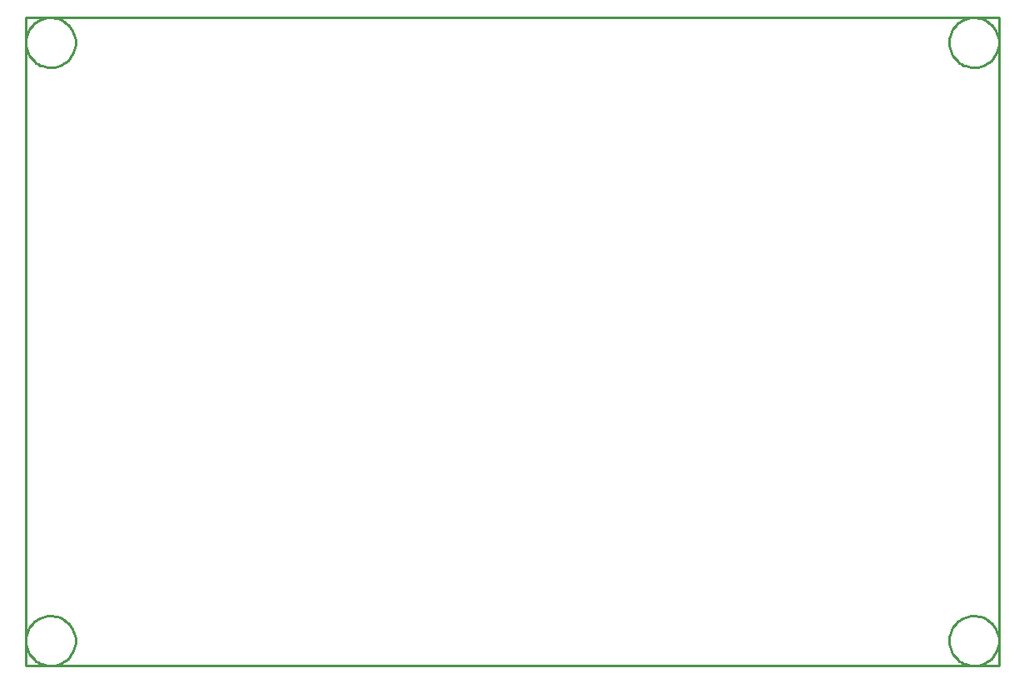
<source format=gko>
%FSLAX23Y23*%
%MOIN*%
G70*
G01*
G75*
%ADD10C,0.020*%
%ADD11C,0.050*%
%ADD12C,0.025*%
%ADD13C,0.010*%
%ADD14R,0.071X0.071*%
%ADD15C,0.071*%
%ADD16C,0.059*%
%ADD17R,0.059X0.059*%
%ADD18C,0.098*%
%ADD19R,0.098X0.071*%
%ADD20O,0.098X0.071*%
%ADD21C,0.150*%
%ADD22R,0.098X0.098*%
%ADD23C,0.050*%
%ADD24C,0.012*%
%ADD25C,0.030*%
%ADD26C,0.015*%
%ADD27R,0.079X0.079*%
%ADD28C,0.079*%
%ADD29C,0.067*%
%ADD30R,0.067X0.067*%
%ADD31C,0.106*%
%ADD32R,0.106X0.079*%
%ADD33O,0.106X0.079*%
%ADD34C,0.158*%
%ADD35R,0.106X0.106*%
%ADD36C,0.058*%
D13*
X8083Y9013D02*
X8082Y9023D01*
X8081Y9032D01*
X8078Y9042D01*
X8075Y9051D01*
X8070Y9060D01*
X8065Y9069D01*
X8059Y9077D01*
X8052Y9084D01*
X8045Y9091D01*
X8037Y9097D01*
X8028Y9102D01*
X8019Y9106D01*
X8010Y9109D01*
X8000Y9111D01*
X7990Y9112D01*
X7980Y9113D01*
X7970Y9112D01*
X7960Y9110D01*
X7951Y9107D01*
X7941Y9104D01*
X7933Y9099D01*
X7924Y9094D01*
X7916Y9088D01*
X7909Y9081D01*
X7903Y9073D01*
X7897Y9065D01*
X7893Y9056D01*
X7889Y9047D01*
X7886Y9037D01*
X7884Y9028D01*
X7883Y9018D01*
Y9008D01*
X7884Y8998D01*
X7886Y8988D01*
X7889Y8978D01*
X7893Y8969D01*
X7897Y8961D01*
X7903Y8952D01*
X7909Y8945D01*
X7916Y8938D01*
X7924Y8931D01*
X7933Y8926D01*
X7941Y8921D01*
X7951Y8918D01*
X7960Y8915D01*
X7970Y8913D01*
X7980Y8913D01*
X7990Y8913D01*
X8000Y8914D01*
X8010Y8916D01*
X8019Y8920D01*
X8028Y8924D01*
X8037Y8929D01*
X8045Y8934D01*
X8052Y8941D01*
X8059Y8948D01*
X8065Y8956D01*
X8070Y8965D01*
X8075Y8974D01*
X8078Y8983D01*
X8081Y8993D01*
X8082Y9003D01*
X8083Y9013D01*
X11783D02*
X11782Y9023D01*
X11781Y9032D01*
X11778Y9042D01*
X11775Y9051D01*
X11770Y9060D01*
X11765Y9069D01*
X11759Y9077D01*
X11752Y9084D01*
X11745Y9091D01*
X11737Y9097D01*
X11728Y9102D01*
X11719Y9106D01*
X11710Y9109D01*
X11700Y9111D01*
X11690Y9112D01*
X11680Y9113D01*
X11670Y9112D01*
X11660Y9110D01*
X11651Y9107D01*
X11641Y9104D01*
X11633Y9099D01*
X11624Y9094D01*
X11616Y9088D01*
X11609Y9081D01*
X11603Y9073D01*
X11597Y9065D01*
X11593Y9056D01*
X11589Y9047D01*
X11586Y9037D01*
X11584Y9028D01*
X11583Y9018D01*
Y9008D01*
X11584Y8998D01*
X11586Y8988D01*
X11589Y8978D01*
X11593Y8969D01*
X11597Y8961D01*
X11603Y8952D01*
X11609Y8945D01*
X11616Y8938D01*
X11624Y8931D01*
X11633Y8926D01*
X11641Y8921D01*
X11651Y8918D01*
X11660Y8915D01*
X11670Y8913D01*
X11680Y8913D01*
X11690Y8913D01*
X11700Y8914D01*
X11710Y8916D01*
X11719Y8920D01*
X11728Y8924D01*
X11737Y8929D01*
X11745Y8934D01*
X11752Y8941D01*
X11759Y8948D01*
X11765Y8956D01*
X11770Y8965D01*
X11775Y8974D01*
X11778Y8983D01*
X11781Y8993D01*
X11782Y9003D01*
X11783Y9013D01*
Y6613D02*
X11782Y6623D01*
X11781Y6632D01*
X11778Y6642D01*
X11775Y6651D01*
X11770Y6660D01*
X11765Y6669D01*
X11759Y6677D01*
X11752Y6684D01*
X11745Y6691D01*
X11737Y6697D01*
X11728Y6702D01*
X11719Y6706D01*
X11710Y6709D01*
X11700Y6711D01*
X11690Y6712D01*
X11680Y6713D01*
X11670Y6712D01*
X11660Y6710D01*
X11651Y6707D01*
X11641Y6704D01*
X11633Y6699D01*
X11624Y6694D01*
X11616Y6688D01*
X11609Y6681D01*
X11603Y6673D01*
X11597Y6665D01*
X11593Y6656D01*
X11589Y6647D01*
X11586Y6637D01*
X11584Y6628D01*
X11583Y6618D01*
Y6608D01*
X11584Y6598D01*
X11586Y6588D01*
X11589Y6578D01*
X11593Y6569D01*
X11597Y6561D01*
X11603Y6552D01*
X11609Y6545D01*
X11616Y6538D01*
X11624Y6531D01*
X11633Y6526D01*
X11641Y6521D01*
X11651Y6518D01*
X11660Y6515D01*
X11670Y6513D01*
X11680Y6513D01*
X11690Y6513D01*
X11700Y6514D01*
X11710Y6516D01*
X11719Y6520D01*
X11728Y6524D01*
X11737Y6529D01*
X11745Y6534D01*
X11752Y6541D01*
X11759Y6548D01*
X11765Y6556D01*
X11770Y6565D01*
X11775Y6574D01*
X11778Y6583D01*
X11781Y6593D01*
X11782Y6603D01*
X11783Y6613D01*
X8083D02*
X8082Y6623D01*
X8081Y6632D01*
X8078Y6642D01*
X8075Y6651D01*
X8070Y6660D01*
X8065Y6669D01*
X8059Y6677D01*
X8052Y6684D01*
X8045Y6691D01*
X8037Y6697D01*
X8028Y6702D01*
X8019Y6706D01*
X8010Y6709D01*
X8000Y6711D01*
X7990Y6712D01*
X7980Y6713D01*
X7970Y6712D01*
X7960Y6710D01*
X7951Y6707D01*
X7941Y6704D01*
X7933Y6699D01*
X7924Y6694D01*
X7916Y6688D01*
X7909Y6681D01*
X7903Y6673D01*
X7897Y6665D01*
X7893Y6656D01*
X7889Y6647D01*
X7886Y6637D01*
X7884Y6628D01*
X7883Y6618D01*
Y6608D01*
X7884Y6598D01*
X7886Y6588D01*
X7889Y6578D01*
X7893Y6569D01*
X7897Y6561D01*
X7903Y6552D01*
X7909Y6545D01*
X7916Y6538D01*
X7924Y6531D01*
X7933Y6526D01*
X7941Y6521D01*
X7951Y6518D01*
X7960Y6515D01*
X7970Y6513D01*
X7980Y6513D01*
X7990Y6513D01*
X8000Y6514D01*
X8010Y6516D01*
X8019Y6520D01*
X8028Y6524D01*
X8037Y6529D01*
X8045Y6534D01*
X8052Y6541D01*
X8059Y6548D01*
X8065Y6556D01*
X8070Y6565D01*
X8075Y6574D01*
X8078Y6583D01*
X8081Y6593D01*
X8082Y6603D01*
X8083Y6613D01*
X7883Y6513D02*
X11783D01*
X7883Y9113D02*
X11783D01*
Y6513D02*
Y9113D01*
X7883Y6513D02*
Y9113D01*
M02*

</source>
